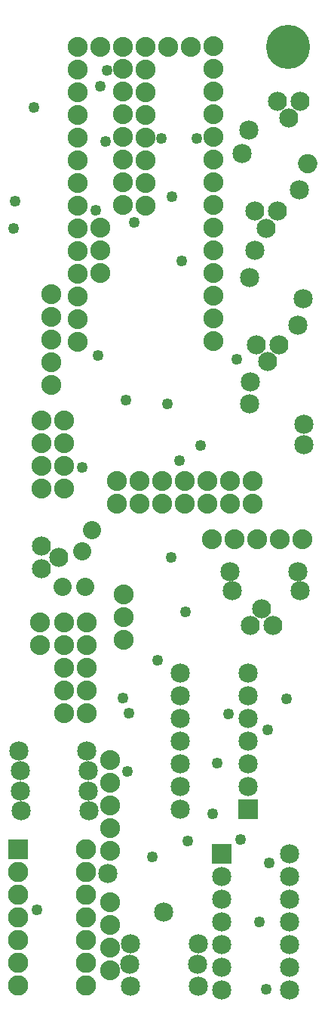
<source format=gts>
G04 MADE WITH FRITZING*
G04 WWW.FRITZING.ORG*
G04 DOUBLE SIDED*
G04 HOLES PLATED*
G04 CONTOUR ON CENTER OF CONTOUR VECTOR*
%ASAXBY*%
%FSLAX23Y23*%
%MOIN*%
%OFA0B0*%
%SFA1.0B1.0*%
%ADD10C,0.080000*%
%ADD11C,0.195039*%
%ADD12C,0.088000*%
%ADD13C,0.089370*%
%ADD14C,0.084000*%
%ADD15C,0.085000*%
%ADD16C,0.035000*%
%ADD17C,0.049370*%
%ADD18R,0.089370X0.089370*%
%ADD19R,0.085000X0.085000*%
%ADD20R,0.001000X0.001000*%
%LNMASK1*%
G90*
G70*
G54D10*
X286Y1895D03*
X386Y1895D03*
X374Y2054D03*
X417Y2145D03*
G54D11*
X1282Y4277D03*
G54D12*
X556Y1661D03*
X556Y1861D03*
X556Y1761D03*
X237Y3187D03*
X237Y3087D03*
X237Y2987D03*
X237Y2887D03*
X237Y2787D03*
X237Y3187D03*
X237Y3087D03*
X237Y2987D03*
X237Y2887D03*
X237Y2787D03*
X528Y2263D03*
X628Y2263D03*
X728Y2263D03*
X828Y2263D03*
X928Y2263D03*
X1028Y2263D03*
X1128Y2263D03*
X528Y2263D03*
X628Y2263D03*
X728Y2263D03*
X828Y2263D03*
X928Y2263D03*
X1028Y2263D03*
X1128Y2263D03*
X1128Y2363D03*
X1028Y2363D03*
X928Y2363D03*
X828Y2363D03*
X728Y2363D03*
X628Y2363D03*
X528Y2363D03*
X294Y1740D03*
X294Y1640D03*
X294Y1540D03*
X294Y1440D03*
X294Y1340D03*
X294Y1740D03*
X294Y1640D03*
X294Y1540D03*
X294Y1440D03*
X294Y1340D03*
X394Y1340D03*
X394Y1440D03*
X394Y1540D03*
X394Y1640D03*
X394Y1740D03*
G54D13*
X89Y740D03*
X389Y740D03*
X89Y640D03*
X389Y640D03*
X89Y540D03*
X389Y540D03*
X89Y440D03*
X389Y440D03*
X89Y340D03*
X389Y340D03*
X89Y240D03*
X389Y240D03*
X89Y140D03*
X389Y140D03*
G54D12*
X292Y2329D03*
X292Y2429D03*
X292Y2529D03*
X292Y2629D03*
X292Y2329D03*
X292Y2429D03*
X292Y2529D03*
X292Y2629D03*
X192Y2629D03*
X192Y2529D03*
X192Y2429D03*
X192Y2329D03*
G54D14*
X1337Y4036D03*
X1287Y3961D03*
X1237Y4036D03*
X1337Y4036D03*
X1287Y3961D03*
X1237Y4036D03*
X1236Y3551D03*
X1186Y3476D03*
X1136Y3551D03*
X1236Y3551D03*
X1186Y3476D03*
X1136Y3551D03*
X1116Y1725D03*
X1166Y1800D03*
X1216Y1725D03*
X1116Y1725D03*
X1166Y1800D03*
X1216Y1725D03*
X1242Y2963D03*
X1192Y2888D03*
X1142Y2963D03*
X1242Y2963D03*
X1192Y2888D03*
X1142Y2963D03*
G54D15*
X1334Y3647D03*
X1079Y3805D03*
X1326Y3048D03*
X1113Y3260D03*
X1327Y1964D03*
X1027Y1964D03*
X1354Y2522D03*
X1115Y2704D03*
X1111Y3910D03*
G54D16*
X1371Y3760D03*
G54D15*
X1137Y3379D03*
X1350Y3166D03*
X1038Y1878D03*
X1338Y1878D03*
X1118Y2800D03*
X1353Y2614D03*
X403Y910D03*
X103Y910D03*
X399Y997D03*
X99Y997D03*
X399Y1087D03*
X99Y1087D03*
X887Y135D03*
X587Y135D03*
X885Y234D03*
X585Y234D03*
X887Y321D03*
X587Y321D03*
X733Y461D03*
X487Y632D03*
X392Y1173D03*
X92Y1173D03*
X1106Y915D03*
X806Y915D03*
X1106Y1015D03*
X806Y1015D03*
X1106Y1115D03*
X806Y1115D03*
X1106Y1215D03*
X806Y1215D03*
X1106Y1315D03*
X806Y1315D03*
X1106Y1415D03*
X806Y1415D03*
X1106Y1515D03*
X806Y1515D03*
X990Y719D03*
X1290Y719D03*
X990Y619D03*
X1290Y619D03*
X990Y519D03*
X1290Y519D03*
X990Y419D03*
X1290Y419D03*
X990Y319D03*
X1290Y319D03*
X990Y219D03*
X1290Y219D03*
X990Y119D03*
X1290Y119D03*
G54D12*
X497Y206D03*
X497Y306D03*
X497Y406D03*
X497Y506D03*
X497Y206D03*
X497Y306D03*
X497Y406D03*
X497Y506D03*
X947Y2106D03*
X1047Y2106D03*
X1147Y2106D03*
X1247Y2106D03*
X1347Y2106D03*
X947Y2106D03*
X1047Y2106D03*
X1147Y2106D03*
X1247Y2106D03*
X1347Y2106D03*
X497Y731D03*
X497Y831D03*
X497Y931D03*
X497Y1031D03*
X497Y1131D03*
X497Y731D03*
X497Y831D03*
X497Y931D03*
X497Y1031D03*
X497Y1131D03*
X354Y4277D03*
X354Y4177D03*
X354Y4077D03*
X354Y3977D03*
X354Y3877D03*
X354Y3777D03*
X354Y3677D03*
X354Y3577D03*
X354Y3477D03*
X354Y3377D03*
X354Y3277D03*
X354Y3177D03*
X354Y3077D03*
X354Y2977D03*
X952Y4278D03*
X952Y4178D03*
X952Y4078D03*
X952Y3978D03*
X952Y3878D03*
X952Y3778D03*
X952Y3678D03*
X952Y3578D03*
X952Y3478D03*
X952Y3378D03*
X952Y3278D03*
X952Y3178D03*
X952Y3078D03*
X952Y2978D03*
X454Y3478D03*
X454Y3378D03*
X454Y3278D03*
X852Y4277D03*
X752Y4277D03*
X652Y4277D03*
X552Y4277D03*
X452Y4277D03*
X852Y4277D03*
X752Y4277D03*
X652Y4277D03*
X552Y4277D03*
X452Y4277D03*
X654Y4177D03*
X654Y4077D03*
X654Y3977D03*
X654Y3877D03*
X654Y3777D03*
X654Y3677D03*
X654Y3577D03*
X552Y4178D03*
X552Y4078D03*
X552Y3978D03*
X552Y3878D03*
X552Y3778D03*
X552Y3678D03*
X552Y3578D03*
G54D17*
X159Y4009D03*
X482Y4173D03*
X434Y3556D03*
X452Y4102D03*
X476Y3858D03*
X1021Y1336D03*
X951Y897D03*
X603Y3503D03*
X804Y2453D03*
X880Y3871D03*
X78Y3595D03*
X71Y3475D03*
X814Y3333D03*
X1200Y678D03*
X1193Y1265D03*
X1072Y783D03*
X174Y472D03*
X1188Y123D03*
X1156Y420D03*
X684Y705D03*
X769Y3616D03*
X751Y2704D03*
X725Y3873D03*
X442Y2915D03*
X372Y2424D03*
X552Y1406D03*
X897Y2520D03*
X1058Y2899D03*
X1278Y1404D03*
X579Y1338D03*
X567Y2720D03*
G54D14*
X194Y1976D03*
X269Y2026D03*
X194Y2076D03*
X194Y1976D03*
X269Y2026D03*
X194Y2076D03*
G54D12*
X187Y1738D03*
X187Y1638D03*
G54D17*
X829Y1787D03*
X767Y2027D03*
X574Y1084D03*
X707Y1573D03*
X841Y777D03*
X971Y1120D03*
G54D18*
X89Y740D03*
G54D19*
X1106Y915D03*
X990Y719D03*
G54D20*
X1363Y3803D02*
X1378Y3803D01*
X1358Y3802D02*
X1381Y3802D01*
X1356Y3801D02*
X1384Y3801D01*
X1353Y3800D02*
X1387Y3800D01*
X1351Y3799D02*
X1389Y3799D01*
X1349Y3798D02*
X1391Y3798D01*
X1348Y3797D02*
X1393Y3797D01*
X1346Y3796D02*
X1394Y3796D01*
X1345Y3795D02*
X1395Y3795D01*
X1344Y3794D02*
X1397Y3794D01*
X1342Y3793D02*
X1398Y3793D01*
X1341Y3792D02*
X1399Y3792D01*
X1340Y3791D02*
X1400Y3791D01*
X1339Y3790D02*
X1401Y3790D01*
X1338Y3789D02*
X1402Y3789D01*
X1338Y3788D02*
X1403Y3788D01*
X1337Y3787D02*
X1403Y3787D01*
X1336Y3786D02*
X1404Y3786D01*
X1335Y3785D02*
X1405Y3785D01*
X1335Y3784D02*
X1405Y3784D01*
X1334Y3783D02*
X1406Y3783D01*
X1333Y3782D02*
X1407Y3782D01*
X1333Y3781D02*
X1407Y3781D01*
X1332Y3780D02*
X1408Y3780D01*
X1332Y3779D02*
X1408Y3779D01*
X1332Y3778D02*
X1409Y3778D01*
X1331Y3777D02*
X1409Y3777D01*
X1331Y3776D02*
X1409Y3776D01*
X1330Y3775D02*
X1410Y3775D01*
X1330Y3774D02*
X1410Y3774D01*
X1330Y3773D02*
X1410Y3773D01*
X1330Y3772D02*
X1411Y3772D01*
X1329Y3771D02*
X1411Y3771D01*
X1329Y3770D02*
X1411Y3770D01*
X1329Y3769D02*
X1411Y3769D01*
X1329Y3768D02*
X1411Y3768D01*
X1328Y3767D02*
X1412Y3767D01*
X1328Y3766D02*
X1412Y3766D01*
X1328Y3765D02*
X1412Y3765D01*
X1328Y3764D02*
X1412Y3764D01*
X1328Y3763D02*
X1412Y3763D01*
X1328Y3762D02*
X1412Y3762D01*
X1328Y3761D02*
X1412Y3761D01*
X1328Y3760D02*
X1412Y3760D01*
X1328Y3759D02*
X1412Y3759D01*
X1328Y3758D02*
X1412Y3758D01*
X1328Y3757D02*
X1412Y3757D01*
X1329Y3756D02*
X1412Y3756D01*
X1329Y3755D02*
X1412Y3755D01*
X1329Y3754D02*
X1411Y3754D01*
X1329Y3753D02*
X1411Y3753D01*
X1329Y3752D02*
X1411Y3752D01*
X1329Y3751D02*
X1411Y3751D01*
X1330Y3750D02*
X1410Y3750D01*
X1330Y3749D02*
X1410Y3749D01*
X1330Y3748D02*
X1410Y3748D01*
X1331Y3747D02*
X1409Y3747D01*
X1331Y3746D02*
X1409Y3746D01*
X1331Y3745D02*
X1409Y3745D01*
X1332Y3744D02*
X1408Y3744D01*
X1332Y3743D02*
X1408Y3743D01*
X1333Y3742D02*
X1407Y3742D01*
X1333Y3741D02*
X1407Y3741D01*
X1334Y3740D02*
X1406Y3740D01*
X1334Y3739D02*
X1406Y3739D01*
X1335Y3738D02*
X1405Y3738D01*
X1336Y3737D02*
X1404Y3737D01*
X1336Y3736D02*
X1404Y3736D01*
X1337Y3735D02*
X1403Y3735D01*
X1338Y3734D02*
X1402Y3734D01*
X1339Y3733D02*
X1401Y3733D01*
X1340Y3732D02*
X1400Y3732D01*
X1341Y3731D02*
X1399Y3731D01*
X1342Y3730D02*
X1398Y3730D01*
X1343Y3729D02*
X1397Y3729D01*
X1344Y3728D02*
X1396Y3728D01*
X1346Y3727D02*
X1395Y3727D01*
X1347Y3726D02*
X1393Y3726D01*
X1349Y3725D02*
X1392Y3725D01*
X1350Y3724D02*
X1390Y3724D01*
X1352Y3723D02*
X1388Y3723D01*
X1355Y3722D02*
X1385Y3722D01*
X1357Y3721D02*
X1383Y3721D01*
X1361Y3720D02*
X1379Y3720D01*
X1367Y3719D02*
X1372Y3719D01*
D02*
G04 End of Mask1*
M02*
</source>
